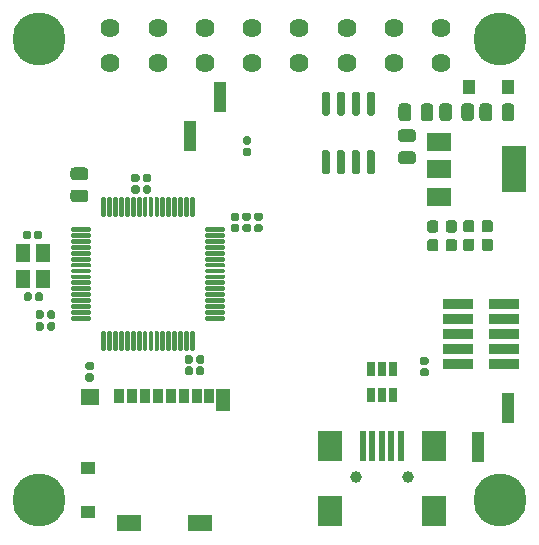
<source format=gbr>
G04 #@! TF.GenerationSoftware,KiCad,Pcbnew,5.1.6*
G04 #@! TF.CreationDate,2020-06-26T20:36:41-07:00*
G04 #@! TF.ProjectId,MegaBote,4d656761-426f-4746-952e-6b696361645f,rev?*
G04 #@! TF.SameCoordinates,Original*
G04 #@! TF.FileFunction,Soldermask,Top*
G04 #@! TF.FilePolarity,Negative*
%FSLAX46Y46*%
G04 Gerber Fmt 4.6, Leading zero omitted, Abs format (unit mm)*
G04 Created by KiCad (PCBNEW 5.1.6) date 2020-06-26 20:36:41*
%MOMM*%
%LPD*%
G01*
G04 APERTURE LIST*
%ADD10R,1.000000X1.300000*%
%ADD11R,1.300000X1.500000*%
%ADD12C,1.624000*%
%ADD13R,0.950000X1.200000*%
%ADD14R,0.850000X1.200000*%
%ADD15R,1.270000X1.900000*%
%ADD16R,1.650000X1.450000*%
%ADD17R,1.300000X1.100000*%
%ADD18R,2.000000X1.450000*%
%ADD19R,2.500000X0.840000*%
%ADD20R,2.100000X3.900000*%
%ADD21R,2.100000X1.600000*%
%ADD22R,0.750000X1.160000*%
%ADD23C,0.800000*%
%ADD24C,4.500000*%
%ADD25R,2.100000X2.600000*%
%ADD26R,0.600000X2.600000*%
%ADD27C,1.000000*%
%ADD28R,1.100000X2.610000*%
G04 APERTURE END LIST*
G36*
G01*
X203401400Y-99642850D02*
X203401400Y-98680350D01*
G75*
G02*
X203670150Y-98411600I268750J0D01*
G01*
X204207650Y-98411600D01*
G75*
G02*
X204476400Y-98680350I0J-268750D01*
G01*
X204476400Y-99642850D01*
G75*
G02*
X204207650Y-99911600I-268750J0D01*
G01*
X203670150Y-99911600D01*
G75*
G02*
X203401400Y-99642850I0J268750D01*
G01*
G37*
G36*
G01*
X205276400Y-99642850D02*
X205276400Y-98680350D01*
G75*
G02*
X205545150Y-98411600I268750J0D01*
G01*
X206082650Y-98411600D01*
G75*
G02*
X206351400Y-98680350I0J-268750D01*
G01*
X206351400Y-99642850D01*
G75*
G02*
X206082650Y-99911600I-268750J0D01*
G01*
X205545150Y-99911600D01*
G75*
G02*
X205276400Y-99642850I0J268750D01*
G01*
G37*
G36*
G01*
X190353300Y-108623400D02*
X190748300Y-108623400D01*
G75*
G02*
X190920800Y-108795900I0J-172500D01*
G01*
X190920800Y-109140900D01*
G75*
G02*
X190748300Y-109313400I-172500J0D01*
G01*
X190353300Y-109313400D01*
G75*
G02*
X190180800Y-109140900I0J172500D01*
G01*
X190180800Y-108795900D01*
G75*
G02*
X190353300Y-108623400I172500J0D01*
G01*
G37*
G36*
G01*
X190353300Y-107653400D02*
X190748300Y-107653400D01*
G75*
G02*
X190920800Y-107825900I0J-172500D01*
G01*
X190920800Y-108170900D01*
G75*
G02*
X190748300Y-108343400I-172500J0D01*
G01*
X190353300Y-108343400D01*
G75*
G02*
X190180800Y-108170900I0J172500D01*
G01*
X190180800Y-107825900D01*
G75*
G02*
X190353300Y-107653400I172500J0D01*
G01*
G37*
G36*
G01*
X203633150Y-100607600D02*
X204595650Y-100607600D01*
G75*
G02*
X204864400Y-100876350I0J-268750D01*
G01*
X204864400Y-101413850D01*
G75*
G02*
X204595650Y-101682600I-268750J0D01*
G01*
X203633150Y-101682600D01*
G75*
G02*
X203364400Y-101413850I0J268750D01*
G01*
X203364400Y-100876350D01*
G75*
G02*
X203633150Y-100607600I268750J0D01*
G01*
G37*
G36*
G01*
X203633150Y-102482600D02*
X204595650Y-102482600D01*
G75*
G02*
X204864400Y-102751350I0J-268750D01*
G01*
X204864400Y-103288850D01*
G75*
G02*
X204595650Y-103557600I-268750J0D01*
G01*
X203633150Y-103557600D01*
G75*
G02*
X203364400Y-103288850I0J268750D01*
G01*
X203364400Y-102751350D01*
G75*
G02*
X203633150Y-102482600I268750J0D01*
G01*
G37*
G36*
G01*
X175896350Y-105708400D02*
X176858850Y-105708400D01*
G75*
G02*
X177127600Y-105977150I0J-268750D01*
G01*
X177127600Y-106514650D01*
G75*
G02*
X176858850Y-106783400I-268750J0D01*
G01*
X175896350Y-106783400D01*
G75*
G02*
X175627600Y-106514650I0J268750D01*
G01*
X175627600Y-105977150D01*
G75*
G02*
X175896350Y-105708400I268750J0D01*
G01*
G37*
G36*
G01*
X175896350Y-103833400D02*
X176858850Y-103833400D01*
G75*
G02*
X177127600Y-104102150I0J-268750D01*
G01*
X177127600Y-104639650D01*
G75*
G02*
X176858850Y-104908400I-268750J0D01*
G01*
X175896350Y-104908400D01*
G75*
G02*
X175627600Y-104639650I0J268750D01*
G01*
X175627600Y-104102150D01*
G75*
G02*
X175896350Y-103833400I268750J0D01*
G01*
G37*
G36*
G01*
X177069100Y-120302600D02*
X177464100Y-120302600D01*
G75*
G02*
X177636600Y-120475100I0J-172500D01*
G01*
X177636600Y-120820100D01*
G75*
G02*
X177464100Y-120992600I-172500J0D01*
G01*
X177069100Y-120992600D01*
G75*
G02*
X176896600Y-120820100I0J172500D01*
G01*
X176896600Y-120475100D01*
G75*
G02*
X177069100Y-120302600I172500J0D01*
G01*
G37*
G36*
G01*
X177069100Y-121272600D02*
X177464100Y-121272600D01*
G75*
G02*
X177636600Y-121445100I0J-172500D01*
G01*
X177636600Y-121790100D01*
G75*
G02*
X177464100Y-121962600I-172500J0D01*
G01*
X177069100Y-121962600D01*
G75*
G02*
X176896600Y-121790100I0J172500D01*
G01*
X176896600Y-121445100D01*
G75*
G02*
X177069100Y-121272600I172500J0D01*
G01*
G37*
G36*
G01*
X191343900Y-108623400D02*
X191738900Y-108623400D01*
G75*
G02*
X191911400Y-108795900I0J-172500D01*
G01*
X191911400Y-109140900D01*
G75*
G02*
X191738900Y-109313400I-172500J0D01*
G01*
X191343900Y-109313400D01*
G75*
G02*
X191171400Y-109140900I0J172500D01*
G01*
X191171400Y-108795900D01*
G75*
G02*
X191343900Y-108623400I172500J0D01*
G01*
G37*
G36*
G01*
X191343900Y-107653400D02*
X191738900Y-107653400D01*
G75*
G02*
X191911400Y-107825900I0J-172500D01*
G01*
X191911400Y-108170900D01*
G75*
G02*
X191738900Y-108343400I-172500J0D01*
G01*
X191343900Y-108343400D01*
G75*
G02*
X191171400Y-108170900I0J172500D01*
G01*
X191171400Y-107825900D01*
G75*
G02*
X191343900Y-107653400I172500J0D01*
G01*
G37*
G36*
G01*
X189362700Y-108625801D02*
X189757700Y-108625801D01*
G75*
G02*
X189930200Y-108798301I0J-172500D01*
G01*
X189930200Y-109143301D01*
G75*
G02*
X189757700Y-109315801I-172500J0D01*
G01*
X189362700Y-109315801D01*
G75*
G02*
X189190200Y-109143301I0J172500D01*
G01*
X189190200Y-108798301D01*
G75*
G02*
X189362700Y-108625801I172500J0D01*
G01*
G37*
G36*
G01*
X189362700Y-107655801D02*
X189757700Y-107655801D01*
G75*
G02*
X189930200Y-107828301I0J-172500D01*
G01*
X189930200Y-108173301D01*
G75*
G02*
X189757700Y-108345801I-172500J0D01*
G01*
X189362700Y-108345801D01*
G75*
G02*
X189190200Y-108173301I0J172500D01*
G01*
X189190200Y-107828301D01*
G75*
G02*
X189362700Y-107655801I172500J0D01*
G01*
G37*
G36*
G01*
X173245200Y-109352700D02*
X173245200Y-109747700D01*
G75*
G02*
X173072700Y-109920200I-172500J0D01*
G01*
X172727700Y-109920200D01*
G75*
G02*
X172555200Y-109747700I0J172500D01*
G01*
X172555200Y-109352700D01*
G75*
G02*
X172727700Y-109180200I172500J0D01*
G01*
X173072700Y-109180200D01*
G75*
G02*
X173245200Y-109352700I0J-172500D01*
G01*
G37*
G36*
G01*
X172275200Y-109352700D02*
X172275200Y-109747700D01*
G75*
G02*
X172102700Y-109920200I-172500J0D01*
G01*
X171757700Y-109920200D01*
G75*
G02*
X171585200Y-109747700I0J172500D01*
G01*
X171585200Y-109352700D01*
G75*
G02*
X171757700Y-109180200I172500J0D01*
G01*
X172102700Y-109180200D01*
G75*
G02*
X172275200Y-109352700I0J-172500D01*
G01*
G37*
G36*
G01*
X186961200Y-119893700D02*
X186961200Y-120288700D01*
G75*
G02*
X186788700Y-120461200I-172500J0D01*
G01*
X186443700Y-120461200D01*
G75*
G02*
X186271200Y-120288700I0J172500D01*
G01*
X186271200Y-119893700D01*
G75*
G02*
X186443700Y-119721200I172500J0D01*
G01*
X186788700Y-119721200D01*
G75*
G02*
X186961200Y-119893700I0J-172500D01*
G01*
G37*
G36*
G01*
X185991200Y-119893700D02*
X185991200Y-120288700D01*
G75*
G02*
X185818700Y-120461200I-172500J0D01*
G01*
X185473700Y-120461200D01*
G75*
G02*
X185301200Y-120288700I0J172500D01*
G01*
X185301200Y-119893700D01*
G75*
G02*
X185473700Y-119721200I172500J0D01*
G01*
X185818700Y-119721200D01*
G75*
G02*
X185991200Y-119893700I0J-172500D01*
G01*
G37*
G36*
G01*
X171661400Y-114980100D02*
X171661400Y-114585100D01*
G75*
G02*
X171833900Y-114412600I172500J0D01*
G01*
X172178900Y-114412600D01*
G75*
G02*
X172351400Y-114585100I0J-172500D01*
G01*
X172351400Y-114980100D01*
G75*
G02*
X172178900Y-115152600I-172500J0D01*
G01*
X171833900Y-115152600D01*
G75*
G02*
X171661400Y-114980100I0J172500D01*
G01*
G37*
G36*
G01*
X172631400Y-114980100D02*
X172631400Y-114585100D01*
G75*
G02*
X172803900Y-114412600I172500J0D01*
G01*
X173148900Y-114412600D01*
G75*
G02*
X173321400Y-114585100I0J-172500D01*
G01*
X173321400Y-114980100D01*
G75*
G02*
X173148900Y-115152600I-172500J0D01*
G01*
X172803900Y-115152600D01*
G75*
G02*
X172631400Y-114980100I0J172500D01*
G01*
G37*
G36*
G01*
X205785100Y-121530800D02*
X205390100Y-121530800D01*
G75*
G02*
X205217600Y-121358300I0J172500D01*
G01*
X205217600Y-121013300D01*
G75*
G02*
X205390100Y-120840800I172500J0D01*
G01*
X205785100Y-120840800D01*
G75*
G02*
X205957600Y-121013300I0J-172500D01*
G01*
X205957600Y-121358300D01*
G75*
G02*
X205785100Y-121530800I-172500J0D01*
G01*
G37*
G36*
G01*
X205785100Y-120560800D02*
X205390100Y-120560800D01*
G75*
G02*
X205217600Y-120388300I0J172500D01*
G01*
X205217600Y-120043300D01*
G75*
G02*
X205390100Y-119870800I172500J0D01*
G01*
X205785100Y-119870800D01*
G75*
G02*
X205957600Y-120043300I0J-172500D01*
G01*
X205957600Y-120388300D01*
G75*
G02*
X205785100Y-120560800I-172500J0D01*
G01*
G37*
G36*
G01*
X185991200Y-120858900D02*
X185991200Y-121253900D01*
G75*
G02*
X185818700Y-121426400I-172500J0D01*
G01*
X185473700Y-121426400D01*
G75*
G02*
X185301200Y-121253900I0J172500D01*
G01*
X185301200Y-120858900D01*
G75*
G02*
X185473700Y-120686400I172500J0D01*
G01*
X185818700Y-120686400D01*
G75*
G02*
X185991200Y-120858900I0J-172500D01*
G01*
G37*
G36*
G01*
X186961200Y-120858900D02*
X186961200Y-121253900D01*
G75*
G02*
X186788700Y-121426400I-172500J0D01*
G01*
X186443700Y-121426400D01*
G75*
G02*
X186271200Y-121253900I0J172500D01*
G01*
X186271200Y-120858900D01*
G75*
G02*
X186443700Y-120686400I172500J0D01*
G01*
X186788700Y-120686400D01*
G75*
G02*
X186961200Y-120858900I0J-172500D01*
G01*
G37*
G36*
G01*
X174340000Y-116101100D02*
X174340000Y-116496100D01*
G75*
G02*
X174167500Y-116668600I-172500J0D01*
G01*
X173822500Y-116668600D01*
G75*
G02*
X173650000Y-116496100I0J172500D01*
G01*
X173650000Y-116101100D01*
G75*
G02*
X173822500Y-115928600I172500J0D01*
G01*
X174167500Y-115928600D01*
G75*
G02*
X174340000Y-116101100I0J-172500D01*
G01*
G37*
G36*
G01*
X173370000Y-116101100D02*
X173370000Y-116496100D01*
G75*
G02*
X173197500Y-116668600I-172500J0D01*
G01*
X172852500Y-116668600D01*
G75*
G02*
X172680000Y-116496100I0J172500D01*
G01*
X172680000Y-116101100D01*
G75*
G02*
X172852500Y-115928600I172500J0D01*
G01*
X173197500Y-115928600D01*
G75*
G02*
X173370000Y-116101100I0J-172500D01*
G01*
G37*
G36*
G01*
X173370000Y-117091700D02*
X173370000Y-117486700D01*
G75*
G02*
X173197500Y-117659200I-172500J0D01*
G01*
X172852500Y-117659200D01*
G75*
G02*
X172680000Y-117486700I0J172500D01*
G01*
X172680000Y-117091700D01*
G75*
G02*
X172852500Y-116919200I172500J0D01*
G01*
X173197500Y-116919200D01*
G75*
G02*
X173370000Y-117091700I0J-172500D01*
G01*
G37*
G36*
G01*
X174340000Y-117091700D02*
X174340000Y-117486700D01*
G75*
G02*
X174167500Y-117659200I-172500J0D01*
G01*
X173822500Y-117659200D01*
G75*
G02*
X173650000Y-117486700I0J172500D01*
G01*
X173650000Y-117091700D01*
G75*
G02*
X173822500Y-116919200I172500J0D01*
G01*
X174167500Y-116919200D01*
G75*
G02*
X174340000Y-117091700I0J-172500D01*
G01*
G37*
D10*
X212650000Y-97000000D03*
X209350000Y-97000000D03*
G36*
G01*
X208361200Y-108557750D02*
X208361200Y-109120250D01*
G75*
G02*
X208117450Y-109364000I-243750J0D01*
G01*
X207629950Y-109364000D01*
G75*
G02*
X207386200Y-109120250I0J243750D01*
G01*
X207386200Y-108557750D01*
G75*
G02*
X207629950Y-108314000I243750J0D01*
G01*
X208117450Y-108314000D01*
G75*
G02*
X208361200Y-108557750I0J-243750D01*
G01*
G37*
G36*
G01*
X206786200Y-108557750D02*
X206786200Y-109120250D01*
G75*
G02*
X206542450Y-109364000I-243750J0D01*
G01*
X206054950Y-109364000D01*
G75*
G02*
X205811200Y-109120250I0J243750D01*
G01*
X205811200Y-108557750D01*
G75*
G02*
X206054950Y-108314000I243750J0D01*
G01*
X206542450Y-108314000D01*
G75*
G02*
X206786200Y-108557750I0J-243750D01*
G01*
G37*
G36*
G01*
X206786200Y-110132550D02*
X206786200Y-110695050D01*
G75*
G02*
X206542450Y-110938800I-243750J0D01*
G01*
X206054950Y-110938800D01*
G75*
G02*
X205811200Y-110695050I0J243750D01*
G01*
X205811200Y-110132550D01*
G75*
G02*
X206054950Y-109888800I243750J0D01*
G01*
X206542450Y-109888800D01*
G75*
G02*
X206786200Y-110132550I0J-243750D01*
G01*
G37*
G36*
G01*
X208361200Y-110132550D02*
X208361200Y-110695050D01*
G75*
G02*
X208117450Y-110938800I-243750J0D01*
G01*
X207629950Y-110938800D01*
G75*
G02*
X207386200Y-110695050I0J243750D01*
G01*
X207386200Y-110132550D01*
G75*
G02*
X207629950Y-109888800I243750J0D01*
G01*
X208117450Y-109888800D01*
G75*
G02*
X208361200Y-110132550I0J-243750D01*
G01*
G37*
G36*
G01*
X213209400Y-98680350D02*
X213209400Y-99642850D01*
G75*
G02*
X212940650Y-99911600I-268750J0D01*
G01*
X212403150Y-99911600D01*
G75*
G02*
X212134400Y-99642850I0J268750D01*
G01*
X212134400Y-98680350D01*
G75*
G02*
X212403150Y-98411600I268750J0D01*
G01*
X212940650Y-98411600D01*
G75*
G02*
X213209400Y-98680350I0J-268750D01*
G01*
G37*
G36*
G01*
X211334400Y-98680350D02*
X211334400Y-99642850D01*
G75*
G02*
X211065650Y-99911600I-268750J0D01*
G01*
X210528150Y-99911600D01*
G75*
G02*
X210259400Y-99642850I0J268750D01*
G01*
X210259400Y-98680350D01*
G75*
G02*
X210528150Y-98411600I268750J0D01*
G01*
X211065650Y-98411600D01*
G75*
G02*
X211334400Y-98680350I0J-268750D01*
G01*
G37*
G36*
G01*
X206855800Y-99642850D02*
X206855800Y-98680350D01*
G75*
G02*
X207124550Y-98411600I268750J0D01*
G01*
X207662050Y-98411600D01*
G75*
G02*
X207930800Y-98680350I0J-268750D01*
G01*
X207930800Y-99642850D01*
G75*
G02*
X207662050Y-99911600I-268750J0D01*
G01*
X207124550Y-99911600D01*
G75*
G02*
X206855800Y-99642850I0J268750D01*
G01*
G37*
G36*
G01*
X208730800Y-99642850D02*
X208730800Y-98680350D01*
G75*
G02*
X208999550Y-98411600I268750J0D01*
G01*
X209537050Y-98411600D01*
G75*
G02*
X209805800Y-98680350I0J-268750D01*
G01*
X209805800Y-99642850D01*
G75*
G02*
X209537050Y-99911600I-268750J0D01*
G01*
X208999550Y-99911600D01*
G75*
G02*
X208730800Y-99642850I0J268750D01*
G01*
G37*
D11*
X171590600Y-111066400D03*
X171590600Y-113266400D03*
X173290600Y-113266400D03*
X173290600Y-111066400D03*
D12*
X179000000Y-92000000D03*
X183000000Y-92000000D03*
X187000000Y-92000000D03*
X191000000Y-92000000D03*
X195000000Y-92000000D03*
X199000000Y-92000000D03*
X203000000Y-92000000D03*
X207000000Y-92000000D03*
X179000000Y-95000000D03*
X183000000Y-95000000D03*
X187000000Y-95000000D03*
X191000000Y-95000000D03*
X195000000Y-95000000D03*
X199000000Y-95000000D03*
X203000000Y-95000000D03*
X207000000Y-95000000D03*
D13*
X179724200Y-123150200D03*
D14*
X187374200Y-123150200D03*
D13*
X180824200Y-123150200D03*
X181924200Y-123150200D03*
X183024200Y-123150200D03*
X184124200Y-123150200D03*
X185224200Y-123150200D03*
X186324200Y-123150200D03*
D15*
X188584200Y-123500200D03*
D16*
X177264200Y-123275200D03*
D17*
X177089200Y-133000200D03*
X177089200Y-129300200D03*
D18*
X180589200Y-133975200D03*
X186559200Y-133975200D03*
D19*
X208463600Y-115417600D03*
X212363600Y-115417600D03*
X208463600Y-116687600D03*
X212363600Y-116687600D03*
X208463600Y-117957600D03*
X212363600Y-117957600D03*
X208463600Y-119227600D03*
X212363600Y-119227600D03*
X208463600Y-120497600D03*
X212363600Y-120497600D03*
G36*
G01*
X182305340Y-105079500D02*
X181910340Y-105079500D01*
G75*
G02*
X181737840Y-104907000I0J172500D01*
G01*
X181737840Y-104562000D01*
G75*
G02*
X181910340Y-104389500I172500J0D01*
G01*
X182305340Y-104389500D01*
G75*
G02*
X182477840Y-104562000I0J-172500D01*
G01*
X182477840Y-104907000D01*
G75*
G02*
X182305340Y-105079500I-172500J0D01*
G01*
G37*
G36*
G01*
X182305340Y-106049500D02*
X181910340Y-106049500D01*
G75*
G02*
X181737840Y-105877000I0J172500D01*
G01*
X181737840Y-105532000D01*
G75*
G02*
X181910340Y-105359500I172500J0D01*
G01*
X182305340Y-105359500D01*
G75*
G02*
X182477840Y-105532000I0J-172500D01*
G01*
X182477840Y-105877000D01*
G75*
G02*
X182305340Y-106049500I-172500J0D01*
G01*
G37*
G36*
G01*
X190768620Y-102864340D02*
X190373620Y-102864340D01*
G75*
G02*
X190201120Y-102691840I0J172500D01*
G01*
X190201120Y-102346840D01*
G75*
G02*
X190373620Y-102174340I172500J0D01*
G01*
X190768620Y-102174340D01*
G75*
G02*
X190941120Y-102346840I0J-172500D01*
G01*
X190941120Y-102691840D01*
G75*
G02*
X190768620Y-102864340I-172500J0D01*
G01*
G37*
G36*
G01*
X190768620Y-101894340D02*
X190373620Y-101894340D01*
G75*
G02*
X190201120Y-101721840I0J172500D01*
G01*
X190201120Y-101376840D01*
G75*
G02*
X190373620Y-101204340I172500J0D01*
G01*
X190768620Y-101204340D01*
G75*
G02*
X190941120Y-101376840I0J-172500D01*
G01*
X190941120Y-101721840D01*
G75*
G02*
X190768620Y-101894340I-172500J0D01*
G01*
G37*
G36*
G01*
X208859200Y-109094850D02*
X208859200Y-108532350D01*
G75*
G02*
X209102950Y-108288600I243750J0D01*
G01*
X209590450Y-108288600D01*
G75*
G02*
X209834200Y-108532350I0J-243750D01*
G01*
X209834200Y-109094850D01*
G75*
G02*
X209590450Y-109338600I-243750J0D01*
G01*
X209102950Y-109338600D01*
G75*
G02*
X208859200Y-109094850I0J243750D01*
G01*
G37*
G36*
G01*
X210434200Y-109094850D02*
X210434200Y-108532350D01*
G75*
G02*
X210677950Y-108288600I243750J0D01*
G01*
X211165450Y-108288600D01*
G75*
G02*
X211409200Y-108532350I0J-243750D01*
G01*
X211409200Y-109094850D01*
G75*
G02*
X211165450Y-109338600I-243750J0D01*
G01*
X210677950Y-109338600D01*
G75*
G02*
X210434200Y-109094850I0J243750D01*
G01*
G37*
G36*
G01*
X181314740Y-106049500D02*
X180919740Y-106049500D01*
G75*
G02*
X180747240Y-105877000I0J172500D01*
G01*
X180747240Y-105532000D01*
G75*
G02*
X180919740Y-105359500I172500J0D01*
G01*
X181314740Y-105359500D01*
G75*
G02*
X181487240Y-105532000I0J-172500D01*
G01*
X181487240Y-105877000D01*
G75*
G02*
X181314740Y-106049500I-172500J0D01*
G01*
G37*
G36*
G01*
X181314740Y-105079500D02*
X180919740Y-105079500D01*
G75*
G02*
X180747240Y-104907000I0J172500D01*
G01*
X180747240Y-104562000D01*
G75*
G02*
X180919740Y-104389500I172500J0D01*
G01*
X181314740Y-104389500D01*
G75*
G02*
X181487240Y-104562000I0J-172500D01*
G01*
X181487240Y-104907000D01*
G75*
G02*
X181314740Y-105079500I-172500J0D01*
G01*
G37*
G36*
G01*
X210434200Y-110669650D02*
X210434200Y-110107150D01*
G75*
G02*
X210677950Y-109863400I243750J0D01*
G01*
X211165450Y-109863400D01*
G75*
G02*
X211409200Y-110107150I0J-243750D01*
G01*
X211409200Y-110669650D01*
G75*
G02*
X211165450Y-110913400I-243750J0D01*
G01*
X210677950Y-110913400D01*
G75*
G02*
X210434200Y-110669650I0J243750D01*
G01*
G37*
G36*
G01*
X208859200Y-110669650D02*
X208859200Y-110107150D01*
G75*
G02*
X209102950Y-109863400I243750J0D01*
G01*
X209590450Y-109863400D01*
G75*
G02*
X209834200Y-110107150I0J-243750D01*
G01*
X209834200Y-110669650D01*
G75*
G02*
X209590450Y-110913400I-243750J0D01*
G01*
X209102950Y-110913400D01*
G75*
G02*
X208859200Y-110669650I0J243750D01*
G01*
G37*
G36*
G01*
X197431400Y-104414200D02*
X197081400Y-104414200D01*
G75*
G02*
X196906400Y-104239200I0J175000D01*
G01*
X196906400Y-102539200D01*
G75*
G02*
X197081400Y-102364200I175000J0D01*
G01*
X197431400Y-102364200D01*
G75*
G02*
X197606400Y-102539200I0J-175000D01*
G01*
X197606400Y-104239200D01*
G75*
G02*
X197431400Y-104414200I-175000J0D01*
G01*
G37*
G36*
G01*
X198701400Y-104414200D02*
X198351400Y-104414200D01*
G75*
G02*
X198176400Y-104239200I0J175000D01*
G01*
X198176400Y-102539200D01*
G75*
G02*
X198351400Y-102364200I175000J0D01*
G01*
X198701400Y-102364200D01*
G75*
G02*
X198876400Y-102539200I0J-175000D01*
G01*
X198876400Y-104239200D01*
G75*
G02*
X198701400Y-104414200I-175000J0D01*
G01*
G37*
G36*
G01*
X199971400Y-104414200D02*
X199621400Y-104414200D01*
G75*
G02*
X199446400Y-104239200I0J175000D01*
G01*
X199446400Y-102539200D01*
G75*
G02*
X199621400Y-102364200I175000J0D01*
G01*
X199971400Y-102364200D01*
G75*
G02*
X200146400Y-102539200I0J-175000D01*
G01*
X200146400Y-104239200D01*
G75*
G02*
X199971400Y-104414200I-175000J0D01*
G01*
G37*
G36*
G01*
X201241400Y-104414200D02*
X200891400Y-104414200D01*
G75*
G02*
X200716400Y-104239200I0J175000D01*
G01*
X200716400Y-102539200D01*
G75*
G02*
X200891400Y-102364200I175000J0D01*
G01*
X201241400Y-102364200D01*
G75*
G02*
X201416400Y-102539200I0J-175000D01*
G01*
X201416400Y-104239200D01*
G75*
G02*
X201241400Y-104414200I-175000J0D01*
G01*
G37*
G36*
G01*
X201241400Y-99464200D02*
X200891400Y-99464200D01*
G75*
G02*
X200716400Y-99289200I0J175000D01*
G01*
X200716400Y-97589200D01*
G75*
G02*
X200891400Y-97414200I175000J0D01*
G01*
X201241400Y-97414200D01*
G75*
G02*
X201416400Y-97589200I0J-175000D01*
G01*
X201416400Y-99289200D01*
G75*
G02*
X201241400Y-99464200I-175000J0D01*
G01*
G37*
G36*
G01*
X199971400Y-99464200D02*
X199621400Y-99464200D01*
G75*
G02*
X199446400Y-99289200I0J175000D01*
G01*
X199446400Y-97589200D01*
G75*
G02*
X199621400Y-97414200I175000J0D01*
G01*
X199971400Y-97414200D01*
G75*
G02*
X200146400Y-97589200I0J-175000D01*
G01*
X200146400Y-99289200D01*
G75*
G02*
X199971400Y-99464200I-175000J0D01*
G01*
G37*
G36*
G01*
X198701400Y-99464200D02*
X198351400Y-99464200D01*
G75*
G02*
X198176400Y-99289200I0J175000D01*
G01*
X198176400Y-97589200D01*
G75*
G02*
X198351400Y-97414200I175000J0D01*
G01*
X198701400Y-97414200D01*
G75*
G02*
X198876400Y-97589200I0J-175000D01*
G01*
X198876400Y-99289200D01*
G75*
G02*
X198701400Y-99464200I-175000J0D01*
G01*
G37*
G36*
G01*
X197431400Y-99464200D02*
X197081400Y-99464200D01*
G75*
G02*
X196906400Y-99289200I0J175000D01*
G01*
X196906400Y-97589200D01*
G75*
G02*
X197081400Y-97414200I175000J0D01*
G01*
X197431400Y-97414200D01*
G75*
G02*
X197606400Y-97589200I0J-175000D01*
G01*
X197606400Y-99289200D01*
G75*
G02*
X197431400Y-99464200I-175000J0D01*
G01*
G37*
D20*
X213150000Y-104000000D03*
D21*
X206850000Y-104000000D03*
X206850000Y-106300000D03*
X206850000Y-101700000D03*
D22*
X202950000Y-120900000D03*
X202000000Y-120900000D03*
X201050000Y-120900000D03*
X201050000Y-123100000D03*
X202950000Y-123100000D03*
X202000000Y-123100000D03*
G36*
G01*
X175694200Y-109202200D02*
X175694200Y-109002200D01*
G75*
G02*
X175794200Y-108902200I100000J0D01*
G01*
X177244200Y-108902200D01*
G75*
G02*
X177344200Y-109002200I0J-100000D01*
G01*
X177344200Y-109202200D01*
G75*
G02*
X177244200Y-109302200I-100000J0D01*
G01*
X175794200Y-109302200D01*
G75*
G02*
X175694200Y-109202200I0J100000D01*
G01*
G37*
G36*
G01*
X175694200Y-109702200D02*
X175694200Y-109502200D01*
G75*
G02*
X175794200Y-109402200I100000J0D01*
G01*
X177244200Y-109402200D01*
G75*
G02*
X177344200Y-109502200I0J-100000D01*
G01*
X177344200Y-109702200D01*
G75*
G02*
X177244200Y-109802200I-100000J0D01*
G01*
X175794200Y-109802200D01*
G75*
G02*
X175694200Y-109702200I0J100000D01*
G01*
G37*
G36*
G01*
X175694200Y-110202200D02*
X175694200Y-110002200D01*
G75*
G02*
X175794200Y-109902200I100000J0D01*
G01*
X177244200Y-109902200D01*
G75*
G02*
X177344200Y-110002200I0J-100000D01*
G01*
X177344200Y-110202200D01*
G75*
G02*
X177244200Y-110302200I-100000J0D01*
G01*
X175794200Y-110302200D01*
G75*
G02*
X175694200Y-110202200I0J100000D01*
G01*
G37*
G36*
G01*
X175694200Y-110702200D02*
X175694200Y-110502200D01*
G75*
G02*
X175794200Y-110402200I100000J0D01*
G01*
X177244200Y-110402200D01*
G75*
G02*
X177344200Y-110502200I0J-100000D01*
G01*
X177344200Y-110702200D01*
G75*
G02*
X177244200Y-110802200I-100000J0D01*
G01*
X175794200Y-110802200D01*
G75*
G02*
X175694200Y-110702200I0J100000D01*
G01*
G37*
G36*
G01*
X175694200Y-111202200D02*
X175694200Y-111002200D01*
G75*
G02*
X175794200Y-110902200I100000J0D01*
G01*
X177244200Y-110902200D01*
G75*
G02*
X177344200Y-111002200I0J-100000D01*
G01*
X177344200Y-111202200D01*
G75*
G02*
X177244200Y-111302200I-100000J0D01*
G01*
X175794200Y-111302200D01*
G75*
G02*
X175694200Y-111202200I0J100000D01*
G01*
G37*
G36*
G01*
X175694200Y-111702200D02*
X175694200Y-111502200D01*
G75*
G02*
X175794200Y-111402200I100000J0D01*
G01*
X177244200Y-111402200D01*
G75*
G02*
X177344200Y-111502200I0J-100000D01*
G01*
X177344200Y-111702200D01*
G75*
G02*
X177244200Y-111802200I-100000J0D01*
G01*
X175794200Y-111802200D01*
G75*
G02*
X175694200Y-111702200I0J100000D01*
G01*
G37*
G36*
G01*
X175694200Y-112202200D02*
X175694200Y-112002200D01*
G75*
G02*
X175794200Y-111902200I100000J0D01*
G01*
X177244200Y-111902200D01*
G75*
G02*
X177344200Y-112002200I0J-100000D01*
G01*
X177344200Y-112202200D01*
G75*
G02*
X177244200Y-112302200I-100000J0D01*
G01*
X175794200Y-112302200D01*
G75*
G02*
X175694200Y-112202200I0J100000D01*
G01*
G37*
G36*
G01*
X175694200Y-112702200D02*
X175694200Y-112502200D01*
G75*
G02*
X175794200Y-112402200I100000J0D01*
G01*
X177244200Y-112402200D01*
G75*
G02*
X177344200Y-112502200I0J-100000D01*
G01*
X177344200Y-112702200D01*
G75*
G02*
X177244200Y-112802200I-100000J0D01*
G01*
X175794200Y-112802200D01*
G75*
G02*
X175694200Y-112702200I0J100000D01*
G01*
G37*
G36*
G01*
X175694200Y-113202200D02*
X175694200Y-113002200D01*
G75*
G02*
X175794200Y-112902200I100000J0D01*
G01*
X177244200Y-112902200D01*
G75*
G02*
X177344200Y-113002200I0J-100000D01*
G01*
X177344200Y-113202200D01*
G75*
G02*
X177244200Y-113302200I-100000J0D01*
G01*
X175794200Y-113302200D01*
G75*
G02*
X175694200Y-113202200I0J100000D01*
G01*
G37*
G36*
G01*
X175694200Y-113702200D02*
X175694200Y-113502200D01*
G75*
G02*
X175794200Y-113402200I100000J0D01*
G01*
X177244200Y-113402200D01*
G75*
G02*
X177344200Y-113502200I0J-100000D01*
G01*
X177344200Y-113702200D01*
G75*
G02*
X177244200Y-113802200I-100000J0D01*
G01*
X175794200Y-113802200D01*
G75*
G02*
X175694200Y-113702200I0J100000D01*
G01*
G37*
G36*
G01*
X175694200Y-114202200D02*
X175694200Y-114002200D01*
G75*
G02*
X175794200Y-113902200I100000J0D01*
G01*
X177244200Y-113902200D01*
G75*
G02*
X177344200Y-114002200I0J-100000D01*
G01*
X177344200Y-114202200D01*
G75*
G02*
X177244200Y-114302200I-100000J0D01*
G01*
X175794200Y-114302200D01*
G75*
G02*
X175694200Y-114202200I0J100000D01*
G01*
G37*
G36*
G01*
X175694200Y-114702200D02*
X175694200Y-114502200D01*
G75*
G02*
X175794200Y-114402200I100000J0D01*
G01*
X177244200Y-114402200D01*
G75*
G02*
X177344200Y-114502200I0J-100000D01*
G01*
X177344200Y-114702200D01*
G75*
G02*
X177244200Y-114802200I-100000J0D01*
G01*
X175794200Y-114802200D01*
G75*
G02*
X175694200Y-114702200I0J100000D01*
G01*
G37*
G36*
G01*
X175694200Y-115202200D02*
X175694200Y-115002200D01*
G75*
G02*
X175794200Y-114902200I100000J0D01*
G01*
X177244200Y-114902200D01*
G75*
G02*
X177344200Y-115002200I0J-100000D01*
G01*
X177344200Y-115202200D01*
G75*
G02*
X177244200Y-115302200I-100000J0D01*
G01*
X175794200Y-115302200D01*
G75*
G02*
X175694200Y-115202200I0J100000D01*
G01*
G37*
G36*
G01*
X175694200Y-115702200D02*
X175694200Y-115502200D01*
G75*
G02*
X175794200Y-115402200I100000J0D01*
G01*
X177244200Y-115402200D01*
G75*
G02*
X177344200Y-115502200I0J-100000D01*
G01*
X177344200Y-115702200D01*
G75*
G02*
X177244200Y-115802200I-100000J0D01*
G01*
X175794200Y-115802200D01*
G75*
G02*
X175694200Y-115702200I0J100000D01*
G01*
G37*
G36*
G01*
X175694200Y-116202200D02*
X175694200Y-116002200D01*
G75*
G02*
X175794200Y-115902200I100000J0D01*
G01*
X177244200Y-115902200D01*
G75*
G02*
X177344200Y-116002200I0J-100000D01*
G01*
X177344200Y-116202200D01*
G75*
G02*
X177244200Y-116302200I-100000J0D01*
G01*
X175794200Y-116302200D01*
G75*
G02*
X175694200Y-116202200I0J100000D01*
G01*
G37*
G36*
G01*
X175694200Y-116702200D02*
X175694200Y-116502200D01*
G75*
G02*
X175794200Y-116402200I100000J0D01*
G01*
X177244200Y-116402200D01*
G75*
G02*
X177344200Y-116502200I0J-100000D01*
G01*
X177344200Y-116702200D01*
G75*
G02*
X177244200Y-116802200I-100000J0D01*
G01*
X175794200Y-116802200D01*
G75*
G02*
X175694200Y-116702200I0J100000D01*
G01*
G37*
G36*
G01*
X178244200Y-119252200D02*
X178244200Y-117802200D01*
G75*
G02*
X178344200Y-117702200I100000J0D01*
G01*
X178544200Y-117702200D01*
G75*
G02*
X178644200Y-117802200I0J-100000D01*
G01*
X178644200Y-119252200D01*
G75*
G02*
X178544200Y-119352200I-100000J0D01*
G01*
X178344200Y-119352200D01*
G75*
G02*
X178244200Y-119252200I0J100000D01*
G01*
G37*
G36*
G01*
X178744200Y-119252200D02*
X178744200Y-117802200D01*
G75*
G02*
X178844200Y-117702200I100000J0D01*
G01*
X179044200Y-117702200D01*
G75*
G02*
X179144200Y-117802200I0J-100000D01*
G01*
X179144200Y-119252200D01*
G75*
G02*
X179044200Y-119352200I-100000J0D01*
G01*
X178844200Y-119352200D01*
G75*
G02*
X178744200Y-119252200I0J100000D01*
G01*
G37*
G36*
G01*
X179244200Y-119252200D02*
X179244200Y-117802200D01*
G75*
G02*
X179344200Y-117702200I100000J0D01*
G01*
X179544200Y-117702200D01*
G75*
G02*
X179644200Y-117802200I0J-100000D01*
G01*
X179644200Y-119252200D01*
G75*
G02*
X179544200Y-119352200I-100000J0D01*
G01*
X179344200Y-119352200D01*
G75*
G02*
X179244200Y-119252200I0J100000D01*
G01*
G37*
G36*
G01*
X179744200Y-119252200D02*
X179744200Y-117802200D01*
G75*
G02*
X179844200Y-117702200I100000J0D01*
G01*
X180044200Y-117702200D01*
G75*
G02*
X180144200Y-117802200I0J-100000D01*
G01*
X180144200Y-119252200D01*
G75*
G02*
X180044200Y-119352200I-100000J0D01*
G01*
X179844200Y-119352200D01*
G75*
G02*
X179744200Y-119252200I0J100000D01*
G01*
G37*
G36*
G01*
X180244200Y-119252200D02*
X180244200Y-117802200D01*
G75*
G02*
X180344200Y-117702200I100000J0D01*
G01*
X180544200Y-117702200D01*
G75*
G02*
X180644200Y-117802200I0J-100000D01*
G01*
X180644200Y-119252200D01*
G75*
G02*
X180544200Y-119352200I-100000J0D01*
G01*
X180344200Y-119352200D01*
G75*
G02*
X180244200Y-119252200I0J100000D01*
G01*
G37*
G36*
G01*
X180744200Y-119252200D02*
X180744200Y-117802200D01*
G75*
G02*
X180844200Y-117702200I100000J0D01*
G01*
X181044200Y-117702200D01*
G75*
G02*
X181144200Y-117802200I0J-100000D01*
G01*
X181144200Y-119252200D01*
G75*
G02*
X181044200Y-119352200I-100000J0D01*
G01*
X180844200Y-119352200D01*
G75*
G02*
X180744200Y-119252200I0J100000D01*
G01*
G37*
G36*
G01*
X181244200Y-119252200D02*
X181244200Y-117802200D01*
G75*
G02*
X181344200Y-117702200I100000J0D01*
G01*
X181544200Y-117702200D01*
G75*
G02*
X181644200Y-117802200I0J-100000D01*
G01*
X181644200Y-119252200D01*
G75*
G02*
X181544200Y-119352200I-100000J0D01*
G01*
X181344200Y-119352200D01*
G75*
G02*
X181244200Y-119252200I0J100000D01*
G01*
G37*
G36*
G01*
X181744200Y-119252200D02*
X181744200Y-117802200D01*
G75*
G02*
X181844200Y-117702200I100000J0D01*
G01*
X182044200Y-117702200D01*
G75*
G02*
X182144200Y-117802200I0J-100000D01*
G01*
X182144200Y-119252200D01*
G75*
G02*
X182044200Y-119352200I-100000J0D01*
G01*
X181844200Y-119352200D01*
G75*
G02*
X181744200Y-119252200I0J100000D01*
G01*
G37*
G36*
G01*
X182244200Y-119252200D02*
X182244200Y-117802200D01*
G75*
G02*
X182344200Y-117702200I100000J0D01*
G01*
X182544200Y-117702200D01*
G75*
G02*
X182644200Y-117802200I0J-100000D01*
G01*
X182644200Y-119252200D01*
G75*
G02*
X182544200Y-119352200I-100000J0D01*
G01*
X182344200Y-119352200D01*
G75*
G02*
X182244200Y-119252200I0J100000D01*
G01*
G37*
G36*
G01*
X182744200Y-119252200D02*
X182744200Y-117802200D01*
G75*
G02*
X182844200Y-117702200I100000J0D01*
G01*
X183044200Y-117702200D01*
G75*
G02*
X183144200Y-117802200I0J-100000D01*
G01*
X183144200Y-119252200D01*
G75*
G02*
X183044200Y-119352200I-100000J0D01*
G01*
X182844200Y-119352200D01*
G75*
G02*
X182744200Y-119252200I0J100000D01*
G01*
G37*
G36*
G01*
X183244200Y-119252200D02*
X183244200Y-117802200D01*
G75*
G02*
X183344200Y-117702200I100000J0D01*
G01*
X183544200Y-117702200D01*
G75*
G02*
X183644200Y-117802200I0J-100000D01*
G01*
X183644200Y-119252200D01*
G75*
G02*
X183544200Y-119352200I-100000J0D01*
G01*
X183344200Y-119352200D01*
G75*
G02*
X183244200Y-119252200I0J100000D01*
G01*
G37*
G36*
G01*
X183744200Y-119252200D02*
X183744200Y-117802200D01*
G75*
G02*
X183844200Y-117702200I100000J0D01*
G01*
X184044200Y-117702200D01*
G75*
G02*
X184144200Y-117802200I0J-100000D01*
G01*
X184144200Y-119252200D01*
G75*
G02*
X184044200Y-119352200I-100000J0D01*
G01*
X183844200Y-119352200D01*
G75*
G02*
X183744200Y-119252200I0J100000D01*
G01*
G37*
G36*
G01*
X184244200Y-119252200D02*
X184244200Y-117802200D01*
G75*
G02*
X184344200Y-117702200I100000J0D01*
G01*
X184544200Y-117702200D01*
G75*
G02*
X184644200Y-117802200I0J-100000D01*
G01*
X184644200Y-119252200D01*
G75*
G02*
X184544200Y-119352200I-100000J0D01*
G01*
X184344200Y-119352200D01*
G75*
G02*
X184244200Y-119252200I0J100000D01*
G01*
G37*
G36*
G01*
X184744200Y-119252200D02*
X184744200Y-117802200D01*
G75*
G02*
X184844200Y-117702200I100000J0D01*
G01*
X185044200Y-117702200D01*
G75*
G02*
X185144200Y-117802200I0J-100000D01*
G01*
X185144200Y-119252200D01*
G75*
G02*
X185044200Y-119352200I-100000J0D01*
G01*
X184844200Y-119352200D01*
G75*
G02*
X184744200Y-119252200I0J100000D01*
G01*
G37*
G36*
G01*
X185244200Y-119252200D02*
X185244200Y-117802200D01*
G75*
G02*
X185344200Y-117702200I100000J0D01*
G01*
X185544200Y-117702200D01*
G75*
G02*
X185644200Y-117802200I0J-100000D01*
G01*
X185644200Y-119252200D01*
G75*
G02*
X185544200Y-119352200I-100000J0D01*
G01*
X185344200Y-119352200D01*
G75*
G02*
X185244200Y-119252200I0J100000D01*
G01*
G37*
G36*
G01*
X185744200Y-119252200D02*
X185744200Y-117802200D01*
G75*
G02*
X185844200Y-117702200I100000J0D01*
G01*
X186044200Y-117702200D01*
G75*
G02*
X186144200Y-117802200I0J-100000D01*
G01*
X186144200Y-119252200D01*
G75*
G02*
X186044200Y-119352200I-100000J0D01*
G01*
X185844200Y-119352200D01*
G75*
G02*
X185744200Y-119252200I0J100000D01*
G01*
G37*
G36*
G01*
X187044200Y-116702200D02*
X187044200Y-116502200D01*
G75*
G02*
X187144200Y-116402200I100000J0D01*
G01*
X188594200Y-116402200D01*
G75*
G02*
X188694200Y-116502200I0J-100000D01*
G01*
X188694200Y-116702200D01*
G75*
G02*
X188594200Y-116802200I-100000J0D01*
G01*
X187144200Y-116802200D01*
G75*
G02*
X187044200Y-116702200I0J100000D01*
G01*
G37*
G36*
G01*
X187044200Y-116202200D02*
X187044200Y-116002200D01*
G75*
G02*
X187144200Y-115902200I100000J0D01*
G01*
X188594200Y-115902200D01*
G75*
G02*
X188694200Y-116002200I0J-100000D01*
G01*
X188694200Y-116202200D01*
G75*
G02*
X188594200Y-116302200I-100000J0D01*
G01*
X187144200Y-116302200D01*
G75*
G02*
X187044200Y-116202200I0J100000D01*
G01*
G37*
G36*
G01*
X187044200Y-115702200D02*
X187044200Y-115502200D01*
G75*
G02*
X187144200Y-115402200I100000J0D01*
G01*
X188594200Y-115402200D01*
G75*
G02*
X188694200Y-115502200I0J-100000D01*
G01*
X188694200Y-115702200D01*
G75*
G02*
X188594200Y-115802200I-100000J0D01*
G01*
X187144200Y-115802200D01*
G75*
G02*
X187044200Y-115702200I0J100000D01*
G01*
G37*
G36*
G01*
X187044200Y-115202200D02*
X187044200Y-115002200D01*
G75*
G02*
X187144200Y-114902200I100000J0D01*
G01*
X188594200Y-114902200D01*
G75*
G02*
X188694200Y-115002200I0J-100000D01*
G01*
X188694200Y-115202200D01*
G75*
G02*
X188594200Y-115302200I-100000J0D01*
G01*
X187144200Y-115302200D01*
G75*
G02*
X187044200Y-115202200I0J100000D01*
G01*
G37*
G36*
G01*
X187044200Y-114702200D02*
X187044200Y-114502200D01*
G75*
G02*
X187144200Y-114402200I100000J0D01*
G01*
X188594200Y-114402200D01*
G75*
G02*
X188694200Y-114502200I0J-100000D01*
G01*
X188694200Y-114702200D01*
G75*
G02*
X188594200Y-114802200I-100000J0D01*
G01*
X187144200Y-114802200D01*
G75*
G02*
X187044200Y-114702200I0J100000D01*
G01*
G37*
G36*
G01*
X187044200Y-114202200D02*
X187044200Y-114002200D01*
G75*
G02*
X187144200Y-113902200I100000J0D01*
G01*
X188594200Y-113902200D01*
G75*
G02*
X188694200Y-114002200I0J-100000D01*
G01*
X188694200Y-114202200D01*
G75*
G02*
X188594200Y-114302200I-100000J0D01*
G01*
X187144200Y-114302200D01*
G75*
G02*
X187044200Y-114202200I0J100000D01*
G01*
G37*
G36*
G01*
X187044200Y-113702200D02*
X187044200Y-113502200D01*
G75*
G02*
X187144200Y-113402200I100000J0D01*
G01*
X188594200Y-113402200D01*
G75*
G02*
X188694200Y-113502200I0J-100000D01*
G01*
X188694200Y-113702200D01*
G75*
G02*
X188594200Y-113802200I-100000J0D01*
G01*
X187144200Y-113802200D01*
G75*
G02*
X187044200Y-113702200I0J100000D01*
G01*
G37*
G36*
G01*
X187044200Y-113202200D02*
X187044200Y-113002200D01*
G75*
G02*
X187144200Y-112902200I100000J0D01*
G01*
X188594200Y-112902200D01*
G75*
G02*
X188694200Y-113002200I0J-100000D01*
G01*
X188694200Y-113202200D01*
G75*
G02*
X188594200Y-113302200I-100000J0D01*
G01*
X187144200Y-113302200D01*
G75*
G02*
X187044200Y-113202200I0J100000D01*
G01*
G37*
G36*
G01*
X187044200Y-112702200D02*
X187044200Y-112502200D01*
G75*
G02*
X187144200Y-112402200I100000J0D01*
G01*
X188594200Y-112402200D01*
G75*
G02*
X188694200Y-112502200I0J-100000D01*
G01*
X188694200Y-112702200D01*
G75*
G02*
X188594200Y-112802200I-100000J0D01*
G01*
X187144200Y-112802200D01*
G75*
G02*
X187044200Y-112702200I0J100000D01*
G01*
G37*
G36*
G01*
X187044200Y-112202200D02*
X187044200Y-112002200D01*
G75*
G02*
X187144200Y-111902200I100000J0D01*
G01*
X188594200Y-111902200D01*
G75*
G02*
X188694200Y-112002200I0J-100000D01*
G01*
X188694200Y-112202200D01*
G75*
G02*
X188594200Y-112302200I-100000J0D01*
G01*
X187144200Y-112302200D01*
G75*
G02*
X187044200Y-112202200I0J100000D01*
G01*
G37*
G36*
G01*
X187044200Y-111702200D02*
X187044200Y-111502200D01*
G75*
G02*
X187144200Y-111402200I100000J0D01*
G01*
X188594200Y-111402200D01*
G75*
G02*
X188694200Y-111502200I0J-100000D01*
G01*
X188694200Y-111702200D01*
G75*
G02*
X188594200Y-111802200I-100000J0D01*
G01*
X187144200Y-111802200D01*
G75*
G02*
X187044200Y-111702200I0J100000D01*
G01*
G37*
G36*
G01*
X187044200Y-111202200D02*
X187044200Y-111002200D01*
G75*
G02*
X187144200Y-110902200I100000J0D01*
G01*
X188594200Y-110902200D01*
G75*
G02*
X188694200Y-111002200I0J-100000D01*
G01*
X188694200Y-111202200D01*
G75*
G02*
X188594200Y-111302200I-100000J0D01*
G01*
X187144200Y-111302200D01*
G75*
G02*
X187044200Y-111202200I0J100000D01*
G01*
G37*
G36*
G01*
X187044200Y-110702200D02*
X187044200Y-110502200D01*
G75*
G02*
X187144200Y-110402200I100000J0D01*
G01*
X188594200Y-110402200D01*
G75*
G02*
X188694200Y-110502200I0J-100000D01*
G01*
X188694200Y-110702200D01*
G75*
G02*
X188594200Y-110802200I-100000J0D01*
G01*
X187144200Y-110802200D01*
G75*
G02*
X187044200Y-110702200I0J100000D01*
G01*
G37*
G36*
G01*
X187044200Y-110202200D02*
X187044200Y-110002200D01*
G75*
G02*
X187144200Y-109902200I100000J0D01*
G01*
X188594200Y-109902200D01*
G75*
G02*
X188694200Y-110002200I0J-100000D01*
G01*
X188694200Y-110202200D01*
G75*
G02*
X188594200Y-110302200I-100000J0D01*
G01*
X187144200Y-110302200D01*
G75*
G02*
X187044200Y-110202200I0J100000D01*
G01*
G37*
G36*
G01*
X187044200Y-109702200D02*
X187044200Y-109502200D01*
G75*
G02*
X187144200Y-109402200I100000J0D01*
G01*
X188594200Y-109402200D01*
G75*
G02*
X188694200Y-109502200I0J-100000D01*
G01*
X188694200Y-109702200D01*
G75*
G02*
X188594200Y-109802200I-100000J0D01*
G01*
X187144200Y-109802200D01*
G75*
G02*
X187044200Y-109702200I0J100000D01*
G01*
G37*
G36*
G01*
X187044200Y-109202200D02*
X187044200Y-109002200D01*
G75*
G02*
X187144200Y-108902200I100000J0D01*
G01*
X188594200Y-108902200D01*
G75*
G02*
X188694200Y-109002200I0J-100000D01*
G01*
X188694200Y-109202200D01*
G75*
G02*
X188594200Y-109302200I-100000J0D01*
G01*
X187144200Y-109302200D01*
G75*
G02*
X187044200Y-109202200I0J100000D01*
G01*
G37*
G36*
G01*
X185744200Y-107902200D02*
X185744200Y-106452200D01*
G75*
G02*
X185844200Y-106352200I100000J0D01*
G01*
X186044200Y-106352200D01*
G75*
G02*
X186144200Y-106452200I0J-100000D01*
G01*
X186144200Y-107902200D01*
G75*
G02*
X186044200Y-108002200I-100000J0D01*
G01*
X185844200Y-108002200D01*
G75*
G02*
X185744200Y-107902200I0J100000D01*
G01*
G37*
G36*
G01*
X185244200Y-107902200D02*
X185244200Y-106452200D01*
G75*
G02*
X185344200Y-106352200I100000J0D01*
G01*
X185544200Y-106352200D01*
G75*
G02*
X185644200Y-106452200I0J-100000D01*
G01*
X185644200Y-107902200D01*
G75*
G02*
X185544200Y-108002200I-100000J0D01*
G01*
X185344200Y-108002200D01*
G75*
G02*
X185244200Y-107902200I0J100000D01*
G01*
G37*
G36*
G01*
X184744200Y-107902200D02*
X184744200Y-106452200D01*
G75*
G02*
X184844200Y-106352200I100000J0D01*
G01*
X185044200Y-106352200D01*
G75*
G02*
X185144200Y-106452200I0J-100000D01*
G01*
X185144200Y-107902200D01*
G75*
G02*
X185044200Y-108002200I-100000J0D01*
G01*
X184844200Y-108002200D01*
G75*
G02*
X184744200Y-107902200I0J100000D01*
G01*
G37*
G36*
G01*
X184244200Y-107902200D02*
X184244200Y-106452200D01*
G75*
G02*
X184344200Y-106352200I100000J0D01*
G01*
X184544200Y-106352200D01*
G75*
G02*
X184644200Y-106452200I0J-100000D01*
G01*
X184644200Y-107902200D01*
G75*
G02*
X184544200Y-108002200I-100000J0D01*
G01*
X184344200Y-108002200D01*
G75*
G02*
X184244200Y-107902200I0J100000D01*
G01*
G37*
G36*
G01*
X183744200Y-107902200D02*
X183744200Y-106452200D01*
G75*
G02*
X183844200Y-106352200I100000J0D01*
G01*
X184044200Y-106352200D01*
G75*
G02*
X184144200Y-106452200I0J-100000D01*
G01*
X184144200Y-107902200D01*
G75*
G02*
X184044200Y-108002200I-100000J0D01*
G01*
X183844200Y-108002200D01*
G75*
G02*
X183744200Y-107902200I0J100000D01*
G01*
G37*
G36*
G01*
X183244200Y-107902200D02*
X183244200Y-106452200D01*
G75*
G02*
X183344200Y-106352200I100000J0D01*
G01*
X183544200Y-106352200D01*
G75*
G02*
X183644200Y-106452200I0J-100000D01*
G01*
X183644200Y-107902200D01*
G75*
G02*
X183544200Y-108002200I-100000J0D01*
G01*
X183344200Y-108002200D01*
G75*
G02*
X183244200Y-107902200I0J100000D01*
G01*
G37*
G36*
G01*
X182744200Y-107902200D02*
X182744200Y-106452200D01*
G75*
G02*
X182844200Y-106352200I100000J0D01*
G01*
X183044200Y-106352200D01*
G75*
G02*
X183144200Y-106452200I0J-100000D01*
G01*
X183144200Y-107902200D01*
G75*
G02*
X183044200Y-108002200I-100000J0D01*
G01*
X182844200Y-108002200D01*
G75*
G02*
X182744200Y-107902200I0J100000D01*
G01*
G37*
G36*
G01*
X182244200Y-107902200D02*
X182244200Y-106452200D01*
G75*
G02*
X182344200Y-106352200I100000J0D01*
G01*
X182544200Y-106352200D01*
G75*
G02*
X182644200Y-106452200I0J-100000D01*
G01*
X182644200Y-107902200D01*
G75*
G02*
X182544200Y-108002200I-100000J0D01*
G01*
X182344200Y-108002200D01*
G75*
G02*
X182244200Y-107902200I0J100000D01*
G01*
G37*
G36*
G01*
X181744200Y-107902200D02*
X181744200Y-106452200D01*
G75*
G02*
X181844200Y-106352200I100000J0D01*
G01*
X182044200Y-106352200D01*
G75*
G02*
X182144200Y-106452200I0J-100000D01*
G01*
X182144200Y-107902200D01*
G75*
G02*
X182044200Y-108002200I-100000J0D01*
G01*
X181844200Y-108002200D01*
G75*
G02*
X181744200Y-107902200I0J100000D01*
G01*
G37*
G36*
G01*
X181244200Y-107902200D02*
X181244200Y-106452200D01*
G75*
G02*
X181344200Y-106352200I100000J0D01*
G01*
X181544200Y-106352200D01*
G75*
G02*
X181644200Y-106452200I0J-100000D01*
G01*
X181644200Y-107902200D01*
G75*
G02*
X181544200Y-108002200I-100000J0D01*
G01*
X181344200Y-108002200D01*
G75*
G02*
X181244200Y-107902200I0J100000D01*
G01*
G37*
G36*
G01*
X180744200Y-107902200D02*
X180744200Y-106452200D01*
G75*
G02*
X180844200Y-106352200I100000J0D01*
G01*
X181044200Y-106352200D01*
G75*
G02*
X181144200Y-106452200I0J-100000D01*
G01*
X181144200Y-107902200D01*
G75*
G02*
X181044200Y-108002200I-100000J0D01*
G01*
X180844200Y-108002200D01*
G75*
G02*
X180744200Y-107902200I0J100000D01*
G01*
G37*
G36*
G01*
X180244200Y-107902200D02*
X180244200Y-106452200D01*
G75*
G02*
X180344200Y-106352200I100000J0D01*
G01*
X180544200Y-106352200D01*
G75*
G02*
X180644200Y-106452200I0J-100000D01*
G01*
X180644200Y-107902200D01*
G75*
G02*
X180544200Y-108002200I-100000J0D01*
G01*
X180344200Y-108002200D01*
G75*
G02*
X180244200Y-107902200I0J100000D01*
G01*
G37*
G36*
G01*
X179744200Y-107902200D02*
X179744200Y-106452200D01*
G75*
G02*
X179844200Y-106352200I100000J0D01*
G01*
X180044200Y-106352200D01*
G75*
G02*
X180144200Y-106452200I0J-100000D01*
G01*
X180144200Y-107902200D01*
G75*
G02*
X180044200Y-108002200I-100000J0D01*
G01*
X179844200Y-108002200D01*
G75*
G02*
X179744200Y-107902200I0J100000D01*
G01*
G37*
G36*
G01*
X179244200Y-107902200D02*
X179244200Y-106452200D01*
G75*
G02*
X179344200Y-106352200I100000J0D01*
G01*
X179544200Y-106352200D01*
G75*
G02*
X179644200Y-106452200I0J-100000D01*
G01*
X179644200Y-107902200D01*
G75*
G02*
X179544200Y-108002200I-100000J0D01*
G01*
X179344200Y-108002200D01*
G75*
G02*
X179244200Y-107902200I0J100000D01*
G01*
G37*
G36*
G01*
X178744200Y-107902200D02*
X178744200Y-106452200D01*
G75*
G02*
X178844200Y-106352200I100000J0D01*
G01*
X179044200Y-106352200D01*
G75*
G02*
X179144200Y-106452200I0J-100000D01*
G01*
X179144200Y-107902200D01*
G75*
G02*
X179044200Y-108002200I-100000J0D01*
G01*
X178844200Y-108002200D01*
G75*
G02*
X178744200Y-107902200I0J100000D01*
G01*
G37*
G36*
G01*
X178244200Y-107902200D02*
X178244200Y-106452200D01*
G75*
G02*
X178344200Y-106352200I100000J0D01*
G01*
X178544200Y-106352200D01*
G75*
G02*
X178644200Y-106452200I0J-100000D01*
G01*
X178644200Y-107902200D01*
G75*
G02*
X178544200Y-108002200I-100000J0D01*
G01*
X178344200Y-108002200D01*
G75*
G02*
X178244200Y-107902200I0J100000D01*
G01*
G37*
D23*
X174166726Y-91833274D03*
X173000000Y-91350000D03*
X171833274Y-91833274D03*
X171350000Y-93000000D03*
X171833274Y-94166726D03*
X173000000Y-94650000D03*
X174166726Y-94166726D03*
X174650000Y-93000000D03*
D24*
X173000000Y-93000000D03*
X173000000Y-132000000D03*
D23*
X174650000Y-132000000D03*
X174166726Y-133166726D03*
X173000000Y-133650000D03*
X171833274Y-133166726D03*
X171350000Y-132000000D03*
X171833274Y-130833274D03*
X173000000Y-130350000D03*
X174166726Y-130833274D03*
D24*
X212000000Y-93000000D03*
D23*
X213650000Y-93000000D03*
X213166726Y-94166726D03*
X212000000Y-94650000D03*
X210833274Y-94166726D03*
X210350000Y-93000000D03*
X210833274Y-91833274D03*
X212000000Y-91350000D03*
X213166726Y-91833274D03*
X213166726Y-130833274D03*
X212000000Y-130350000D03*
X210833274Y-130833274D03*
X210350000Y-132000000D03*
X210833274Y-133166726D03*
X212000000Y-133650000D03*
X213166726Y-133166726D03*
X213650000Y-132000000D03*
D24*
X212000000Y-132000000D03*
D25*
X197600000Y-132900000D03*
X206400000Y-132900000D03*
X197600000Y-127400000D03*
X206400000Y-127400000D03*
D26*
X200400000Y-127400000D03*
X201200000Y-127400000D03*
X202000000Y-127400000D03*
X202800000Y-127400000D03*
X203600000Y-127400000D03*
D27*
X199800000Y-130000000D03*
X204200000Y-130000000D03*
D28*
X210159600Y-127512000D03*
X212699600Y-124202000D03*
X188249560Y-97857120D03*
X185709560Y-101167120D03*
M02*

</source>
